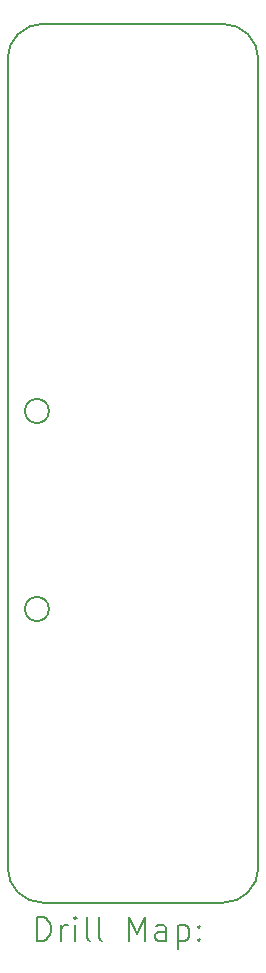
<source format=gbr>
%TF.GenerationSoftware,KiCad,Pcbnew,9.0.3*%
%TF.CreationDate,2025-11-14T23:11:59-05:00*%
%TF.ProjectId,Photon,50686f74-6f6e-42e6-9b69-6361645f7063,1.3*%
%TF.SameCoordinates,Original*%
%TF.FileFunction,Drillmap*%
%TF.FilePolarity,Positive*%
%FSLAX45Y45*%
G04 Gerber Fmt 4.5, Leading zero omitted, Abs format (unit mm)*
G04 Created by KiCad (PCBNEW 9.0.3) date 2025-11-14 23:11:59*
%MOMM*%
%LPD*%
G01*
G04 APERTURE LIST*
%ADD10C,0.200000*%
G04 APERTURE END LIST*
D10*
X4221200Y-9174200D02*
X4221200Y-2332000D01*
X6045200Y-2032000D02*
G75*
G02*
X6345200Y-2332000I0J-300000D01*
G01*
X6345200Y-9174200D02*
G75*
G02*
X6045200Y-9474200I-300000J0D01*
G01*
X4572000Y-5310402D02*
G75*
G02*
X4368800Y-5310402I-101600J0D01*
G01*
X4368800Y-5310402D02*
G75*
G02*
X4572000Y-5310402I101600J0D01*
G01*
X4572000Y-6986802D02*
G75*
G02*
X4368800Y-6986802I-101600J0D01*
G01*
X4368800Y-6986802D02*
G75*
G02*
X4572000Y-6986802I101600J0D01*
G01*
X4521200Y-2032000D02*
X6045200Y-2032000D01*
X4521200Y-9474200D02*
G75*
G02*
X4221200Y-9174200I0J300000D01*
G01*
X6345200Y-2332000D02*
X6345200Y-9174200D01*
X4221200Y-2332000D02*
G75*
G02*
X4521200Y-2032000I300000J0D01*
G01*
X6045200Y-9474200D02*
X4521200Y-9474200D01*
X4471977Y-9795684D02*
X4471977Y-9595684D01*
X4471977Y-9595684D02*
X4519596Y-9595684D01*
X4519596Y-9595684D02*
X4548167Y-9605208D01*
X4548167Y-9605208D02*
X4567215Y-9624255D01*
X4567215Y-9624255D02*
X4576739Y-9643303D01*
X4576739Y-9643303D02*
X4586263Y-9681398D01*
X4586263Y-9681398D02*
X4586263Y-9709969D01*
X4586263Y-9709969D02*
X4576739Y-9748065D01*
X4576739Y-9748065D02*
X4567215Y-9767112D01*
X4567215Y-9767112D02*
X4548167Y-9786160D01*
X4548167Y-9786160D02*
X4519596Y-9795684D01*
X4519596Y-9795684D02*
X4471977Y-9795684D01*
X4671977Y-9795684D02*
X4671977Y-9662350D01*
X4671977Y-9700446D02*
X4681501Y-9681398D01*
X4681501Y-9681398D02*
X4691024Y-9671874D01*
X4691024Y-9671874D02*
X4710072Y-9662350D01*
X4710072Y-9662350D02*
X4729120Y-9662350D01*
X4795786Y-9795684D02*
X4795786Y-9662350D01*
X4795786Y-9595684D02*
X4786263Y-9605208D01*
X4786263Y-9605208D02*
X4795786Y-9614731D01*
X4795786Y-9614731D02*
X4805310Y-9605208D01*
X4805310Y-9605208D02*
X4795786Y-9595684D01*
X4795786Y-9595684D02*
X4795786Y-9614731D01*
X4919596Y-9795684D02*
X4900548Y-9786160D01*
X4900548Y-9786160D02*
X4891024Y-9767112D01*
X4891024Y-9767112D02*
X4891024Y-9595684D01*
X5024358Y-9795684D02*
X5005310Y-9786160D01*
X5005310Y-9786160D02*
X4995786Y-9767112D01*
X4995786Y-9767112D02*
X4995786Y-9595684D01*
X5252929Y-9795684D02*
X5252929Y-9595684D01*
X5252929Y-9595684D02*
X5319596Y-9738541D01*
X5319596Y-9738541D02*
X5386263Y-9595684D01*
X5386263Y-9595684D02*
X5386263Y-9795684D01*
X5567215Y-9795684D02*
X5567215Y-9690922D01*
X5567215Y-9690922D02*
X5557691Y-9671874D01*
X5557691Y-9671874D02*
X5538644Y-9662350D01*
X5538644Y-9662350D02*
X5500548Y-9662350D01*
X5500548Y-9662350D02*
X5481501Y-9671874D01*
X5567215Y-9786160D02*
X5548167Y-9795684D01*
X5548167Y-9795684D02*
X5500548Y-9795684D01*
X5500548Y-9795684D02*
X5481501Y-9786160D01*
X5481501Y-9786160D02*
X5471977Y-9767112D01*
X5471977Y-9767112D02*
X5471977Y-9748065D01*
X5471977Y-9748065D02*
X5481501Y-9729017D01*
X5481501Y-9729017D02*
X5500548Y-9719493D01*
X5500548Y-9719493D02*
X5548167Y-9719493D01*
X5548167Y-9719493D02*
X5567215Y-9709969D01*
X5662453Y-9662350D02*
X5662453Y-9862350D01*
X5662453Y-9671874D02*
X5681501Y-9662350D01*
X5681501Y-9662350D02*
X5719596Y-9662350D01*
X5719596Y-9662350D02*
X5738643Y-9671874D01*
X5738643Y-9671874D02*
X5748167Y-9681398D01*
X5748167Y-9681398D02*
X5757691Y-9700446D01*
X5757691Y-9700446D02*
X5757691Y-9757588D01*
X5757691Y-9757588D02*
X5748167Y-9776636D01*
X5748167Y-9776636D02*
X5738643Y-9786160D01*
X5738643Y-9786160D02*
X5719596Y-9795684D01*
X5719596Y-9795684D02*
X5681501Y-9795684D01*
X5681501Y-9795684D02*
X5662453Y-9786160D01*
X5843405Y-9776636D02*
X5852929Y-9786160D01*
X5852929Y-9786160D02*
X5843405Y-9795684D01*
X5843405Y-9795684D02*
X5833882Y-9786160D01*
X5833882Y-9786160D02*
X5843405Y-9776636D01*
X5843405Y-9776636D02*
X5843405Y-9795684D01*
X5843405Y-9671874D02*
X5852929Y-9681398D01*
X5852929Y-9681398D02*
X5843405Y-9690922D01*
X5843405Y-9690922D02*
X5833882Y-9681398D01*
X5833882Y-9681398D02*
X5843405Y-9671874D01*
X5843405Y-9671874D02*
X5843405Y-9690922D01*
M02*

</source>
